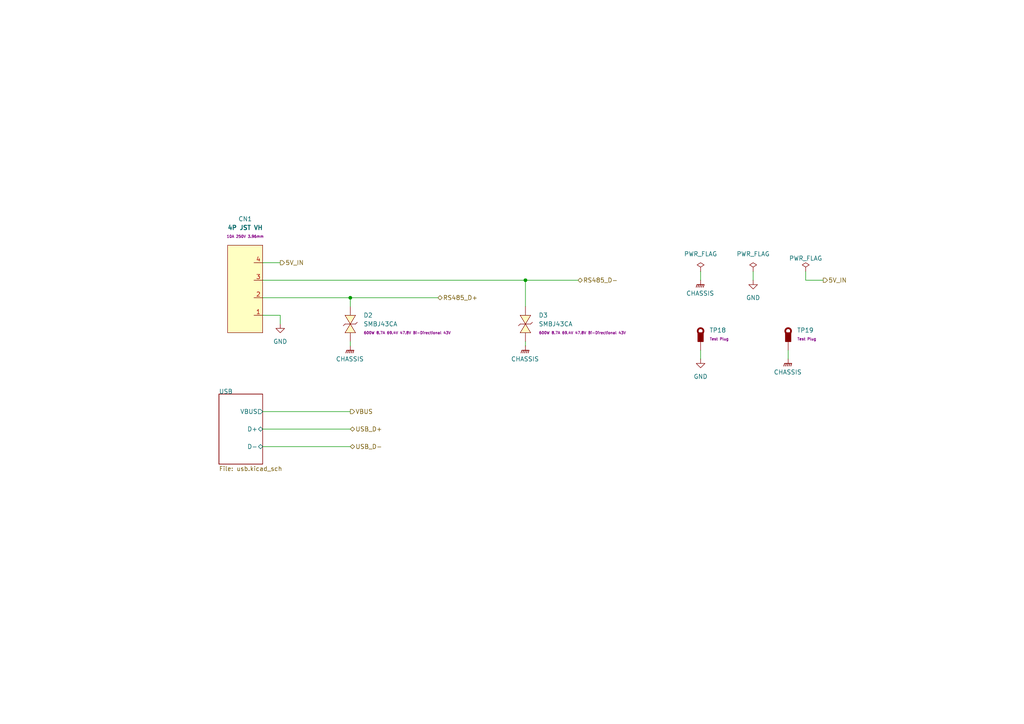
<source format=kicad_sch>
(kicad_sch (version 20231120) (generator "eeschema") (generator_version "8.0")
  (paper "A4")
  (lib_symbols
    (symbol "EASYEDA2KICAD:CHASSIS" (power) (pin_numbers hide) (pin_names (offset 0) hide)
      (property "Value" "CHASSIS" (at 0 -3.302 0))
      (symbol "CHASSIS_0_1"
        (polyline (pts (xy 0 -1.27) (xy 0 0)))
        (polyline (pts (xy -1.016 -1.27) (xy -1.27 -2.032) (xy -1.27 -2.032)) (stroke (width 0.2032)))
        (polyline (pts (xy -0.508 -1.27) (xy -0.762 -2.032) (xy -0.762 -2.032)) (stroke (width 0.2032)))
        (polyline (pts (xy 0 -1.27) (xy -0.254 -2.032) (xy -0.254 -2.032)) (stroke (width 0.2032)))
        (polyline (pts (xy 0.508 -1.27) (xy 0.254 -2.032) (xy 0.254 -2.032)) (stroke (width 0.2032)))
        (polyline (pts (xy 1.016 -1.27) (xy -1.016 -1.27) (xy -1.016 -1.27)) (stroke (width 0.2032)))
        (polyline (pts (xy 1.016 -1.27) (xy 0.762 -2.032) (xy 0.762 -2.032) (xy 0.762 -2.032)) (stroke (width 0.2032)))
      )
      (symbol "CHASSIS_1_1"
        (pin power_in line (at 0 0 270) (length 0) (name "~") (number "1"))
      )
    )
    (symbol "EASYEDA2KICAD:D_TVS_BIDI_600W" (pin_numbers hide) (pin_names hide)
      (property "Reference" "D" (at 0 8.89 0))
      (property "Value" "SMBJ43CA" (at 0 6.35 0))
      (property "Extra Values" "600W 8.7A 69.4V 47.8V Bi-Directional 43V" (at 0 3.81 0))
      (symbol "D_TVS_BIDI_600W_0_1"
        (polyline (pts (xy 0 -1.52) (xy 0 1.52)))
        (polyline (pts (xy 0 -1.52) (xy 0.51 -2.03) (xy 0 -1.52)) (fill (type background)))
        (polyline (pts (xy 0 1.52) (xy -0.51 2.03) (xy 0 1.52)) (fill (type background)))
        (polyline (pts (xy -2.54 1.52) (xy 0 0) (xy -2.54 -1.52) (xy -2.54 1.52)) (fill (type background)))
        (polyline (pts (xy 2.54 1.52) (xy 0 0) (xy 2.54 -1.52) (xy 2.54 1.52)) (fill (type background)))
      )
      (symbol "D_TVS_BIDI_600W_1_1"
        (pin passive line (at -5.08 0 0) (length 2.54) (name "1") (number "1"))
        (pin passive line (at 5.08 0 180) (length 2.54) (name "2") (number "2"))
      )
    )
    (symbol "EASYEDA2KICAD:JST_VH_4PIN_10A_250V" (pin_names hide)
      (property "Reference" "CN" (at 0 19.05 0))
      (property "Value" "4P JST VH" (at 0 16.51 0))
      (property "Extra Values" "10A 250V 3.96mm" (at 0 13.97 0))
      (symbol "JST_VH_4PIN_10A_250V_0_1"
        (rectangle (start -5.08 12.7) (end 5.08 -12.7) (fill (type background)))
      )
      (symbol "JST_VH_4PIN_10A_250V_1_1"
        (pin passive line (at -5.08 7.62 0) (length 2.54) (name "1") (number "1"))
        (pin passive line (at -5.08 2.54 0) (length 2.54) (name "2") (number "2"))
        (pin passive line (at -5.08 -2.54 0) (length 2.54) (name "3") (number "3"))
        (pin passive line (at -5.08 -7.62 0) (length 2.54) (name "4") (number "4"))
      )
    )
    (symbol "EASYEDA2KICAD:TestPoint_Thimble" (pin_numbers hide) (pin_names hide)
      (property "Reference" "TP" (at 0 9.5043 0))
      (property "Extra Values" "Test Plug" (at 0 7.62 0))
      (symbol "TestPoint_Thimble_1_1"
        (rectangle (start -0.762 5.08) (end 0.762 2.54) (stroke (width 0.254)) (fill (type outline)))
        (arc (start 0.508 4.9323) (mid 0 6.4175) (end -0.508 4.9323) (stroke (width 0.508)))
        (pin passive line (at 0 0 90) (length 2.54) (name "1") (number "1"))
      )
    )
    (symbol "power:GND" (power) (pin_numbers hide) (pin_names (offset 0) hide)
      (property "Value" "GND" (at 0 -3.81 0))
      (symbol "GND_0_1"
        (polyline (pts (xy 0 0) (xy 0 -1.27) (xy 1.27 -1.27) (xy 0 -2.54) (xy -1.27 -1.27) (xy 0 -1.27)))
      )
      (symbol "GND_1_1"
        (pin power_in line (at 0 0 270) (length 0) (name "~") (number "1"))
      )
    )
    (symbol "power:PWR_FLAG" (power) (pin_numbers hide) (pin_names (offset 0) hide)
      (property "Value" "PWR_FLAG" (at 0 3.81 0))
      (symbol "PWR_FLAG_0_0"
        (pin power_out line (at 0 0 90) (length 0) (name "~") (number "1"))
      )
      (symbol "PWR_FLAG_0_1"
        (polyline (pts (xy 0 0) (xy 0 1.27) (xy -1.016 1.905) (xy 0 2.54) (xy 1.016 1.905) (xy 0 1.27)))
      )
    )
  )
  (junction (at 101.6 86.36))
  (junction (at 152.4 81.28))
  (wire (pts (xy 233.68 81.28) (xy 233.68 78.74)))
  (wire (pts (xy 76.2 124.46) (xy 101.6 124.46)))
  (wire (pts (xy 81.28 91.44) (xy 81.28 93.98)))
  (wire (pts (xy 152.4 81.28) (xy 152.4 88.9)))
  (wire (pts (xy 238.76 81.28) (xy 233.68 81.28)))
  (wire (pts (xy 218.44 78.74) (xy 218.44 81.28)))
  (wire (pts (xy 152.4 81.28) (xy 167.64 81.28)))
  (wire (pts (xy 228.6 104.14) (xy 228.6 101.6)))
  (wire (pts (xy 76.2 119.38) (xy 101.6 119.38)))
  (wire (pts (xy 152.4 100.33) (xy 152.4 99.06)))
  (wire (pts (xy 203.2 78.74) (xy 203.2 81.28)))
  (wire (pts (xy 101.6 88.9) (xy 101.6 86.36)))
  (wire (pts (xy 203.2 104.14) (xy 203.2 101.6)))
  (wire (pts (xy 76.2 76.2) (xy 81.28 76.2)))
  (wire (pts (xy 76.2 91.44) (xy 81.28 91.44)))
  (wire (pts (xy 76.2 86.36) (xy 101.6 86.36)))
  (wire (pts (xy 76.2 129.54) (xy 101.6 129.54)))
  (wire (pts (xy 101.6 100.33) (xy 101.6 99.06)))
  (wire (pts (xy 101.6 86.36) (xy 127 86.36)))
  (wire (pts (xy 76.2 81.28) (xy 152.4 81.28)))
  (hierarchical_label "RS485_D+" (shape bidirectional) (at 127 86.36 0))
  (hierarchical_label "USB_D-" (shape bidirectional) (at 101.6 129.54 0))
  (hierarchical_label "RS485_D-" (shape bidirectional) (at 167.64 81.28 0))
  (hierarchical_label "VBUS" (shape output) (at 101.6 119.38 0))
  (hierarchical_label "5V_IN" (shape output) (at 81.28 76.2 0))
  (hierarchical_label "USB_D+" (shape bidirectional) (at 101.6 124.46 0))
  (hierarchical_label "5V_IN" (shape output) (at 238.76 81.28 0))
  (symbol (lib_id "power:PWR_FLAG") (at 218.44 78.74 0) (unit 1)
    (property "Reference" "#FLG03" (effects (hide yes)))
    (property "Value" "PWR_FLAG" (at 218.44 73.66 0))
    (property "Description" "Special symbol for telling ERC where power comes from" (effects (hide yes)))
  )
  (symbol (lib_id "EASYEDA2KICAD:CHASSIS") (at 152.4 100.33 0) (unit 1)
    (property "Reference" "#PWR032" (effects (hide yes)))
    (property "Value" "CHASSIS" (at 152.273 104.14 0))
    (property "Description" "Power symbol creates a global label with name \"CHASSIS\" , global ground" (effects (hide yes)))
  )
  (symbol (lib_id "power:GND") (at 203.2 104.14 0) (unit 1)
    (property "Reference" "#PWR034" (effects (hide yes)))
    (property "Value" "GND" (at 203.2 109.22 0))
    (property "Description" "Power symbol creates a global label with name \"GND\" , ground" (effects (hide yes)))
  )
  (symbol (lib_id "EASYEDA2KICAD:TestPoint_Thimble") (at 203.2 101.6 0) (unit 1)
    (property "Reference" "TP18" (at 205.74 95.7876 0) (effects (justify left)))
    (property "Value" "TestPoint_Thimble" (effects (hide yes)))
    (property "Footprint" "TestPoint:TestPoint_Loop_D3.50mm_Drill0.9mm_Beaded" (effects (hide yes)))
    (property "LCSC Part" "C5277086" (effects (hide yes)))
    (property "Extra Values" "Test Plug" (at 205.74 98.3276 0) (effects (font (size 0.762 0.762) (bold yes)) (justify left)))
  )
  (symbol (lib_id "EASYEDA2KICAD:D_TVS_BIDI_600W") (at 101.6 93.98 90) (unit 1)
    (property "Reference" "D2" (at 105.41 91.4399 90) (effects (justify right)))
    (property "Value" "SMBJ43CA" (at 105.41 93.9799 90) (effects (justify right)))
    (property "Footprint" "EASYEDA2KICAD:SMB_L4.6-W3.6-LS5.3-BI" (effects (hide yes)))
    (property "Datasheet" "https://lcsc.com/product-detail/TVS_FTR-SMBJ43CA_C707485.html" (effects (hide yes)))
    (property "Description" "Bidirectional Transient Voltage Suppressor" (effects (hide yes)))
    (property "LCSC Part" "C707485" (effects (hide yes)))
    (property "Extra Values" "600W 8.7A 69.4V 47.8V Bi-Directional 43V" (at 105.41 96.5199 90) (effects (font (size 0.762 0.762) (bold yes)) (justify right)))
  )
  (symbol (lib_id "EASYEDA2KICAD:CHASSIS") (at 101.6 100.33 0) (unit 1)
    (property "Reference" "#PWR031" (effects (hide yes)))
    (property "Value" "CHASSIS" (at 101.473 104.14 0))
    (property "Description" "Power symbol creates a global label with name \"CHASSIS\" , global ground" (effects (hide yes)))
  )
  (symbol (lib_id "EASYEDA2KICAD:JST_VH_4PIN_10A_250V") (at 71.12 83.82 180) (unit 1)
    (property "Reference" "CN1" (at 71.12 63.5 0))
    (property "Value" "4P JST VH" (at 71.12 66.04 0) (effects (font (bold yes))))
    (property "Footprint" "EASYEDA2KICAD:JST_VH_B4P-VH-B_1x04_P3.96mm_Vertical" (effects (hide yes)))
    (property "Datasheet" "https://lcsc.com/product-detail/_JST_B4P-VH-LF-SN_B4P-VH-LF-SN_C160317.html" (effects (hide yes)))
    (property "Description" "VH CONNECTOR 3.96mm pitch/Disconnectable Crimp style connectors" (effects (hide yes)))
    (property "LCSC Part" "C160317" (effects (hide yes)))
    (property "Extra Values" "10A 250V 3.96mm" (at 71.12 68.58 0) (effects (font (size 0.762 0.762) (bold yes))))
  )
  (symbol (lib_id "power:GND") (at 218.44 81.28 0) (unit 1)
    (property "Reference" "#PWR035" (effects (hide yes)))
    (property "Value" "GND" (at 218.44 86.36 0))
    (property "Description" "Power symbol creates a global label with name \"GND\" , ground" (effects (hide yes)))
  )
  (symbol (lib_id "EASYEDA2KICAD:CHASSIS") (at 203.2 81.28 0) (unit 1)
    (property "Reference" "#PWR033" (effects (hide yes)))
    (property "Value" "CHASSIS" (at 203.073 85.09 0))
    (property "Description" "Power symbol creates a global label with name \"CHASSIS\" , global ground" (effects (hide yes)))
  )
  (symbol (lib_id "power:GND") (at 81.28 93.98 0) (unit 1)
    (property "Reference" "#PWR030" (effects (hide yes)))
    (property "Value" "GND" (at 81.28 99.06 0))
    (property "Description" "Power symbol creates a global label with name \"GND\" , ground" (effects (hide yes)))
  )
  (symbol (lib_id "EASYEDA2KICAD:CHASSIS") (at 228.6 104.14 0) (unit 1)
    (property "Reference" "#PWR036" (effects (hide yes)))
    (property "Value" "CHASSIS" (at 228.473 107.95 0))
    (property "Description" "Power symbol creates a global label with name \"CHASSIS\" , global ground" (effects (hide yes)))
  )
  (symbol (lib_id "EASYEDA2KICAD:D_TVS_BIDI_600W") (at 152.4 93.98 90) (unit 1)
    (property "Reference" "D3" (at 156.21 91.4399 90) (effects (justify right)))
    (property "Value" "SMBJ43CA" (at 156.21 93.9799 90) (effects (justify right)))
    (property "Footprint" "EASYEDA2KICAD:SMB_L4.6-W3.6-LS5.3-BI" (effects (hide yes)))
    (property "Datasheet" "https://lcsc.com/product-detail/TVS_FTR-SMBJ43CA_C707485.html" (effects (hide yes)))
    (property "Description" "Bidirectional Transient Voltage Suppressor" (effects (hide yes)))
    (property "LCSC Part" "C707485" (effects (hide yes)))
    (property "Extra Values" "600W 8.7A 69.4V 47.8V Bi-Directional 43V" (at 156.21 96.5199 90) (effects (font (size 0.762 0.762) (bold yes)) (justify right)))
  )
  (symbol (lib_id "power:PWR_FLAG") (at 203.2 78.74 0) (unit 1)
    (property "Reference" "#FLG02" (effects (hide yes)))
    (property "Value" "PWR_FLAG" (at 203.2 73.66 0))
    (property "Description" "Special symbol for telling ERC where power comes from" (effects (hide yes)))
  )
  (symbol (lib_id "power:PWR_FLAG") (at 233.68 78.74 0) (unit 1)
    (property "Reference" "#FLG04" (effects (hide yes)))
    (property "Value" "PWR_FLAG" (at 233.68 74.93 0))
    (property "Description" "Special symbol for telling ERC where power comes from" (effects (hide yes)))
  )
  (symbol (lib_id "EASYEDA2KICAD:TestPoint_Thimble") (at 228.6 101.6 0) (unit 1)
    (property "Reference" "TP19" (at 231.14 95.7876 0) (effects (justify left)))
    (property "Value" "TestPoint_Thimble" (effects (hide yes)))
    (property "Footprint" "TestPoint:TestPoint_Loop_D3.50mm_Drill0.9mm_Beaded" (effects (hide yes)))
    (property "LCSC Part" "C5277086" (effects (hide yes)))
    (property "Extra Values" "Test Plug" (at 231.14 98.3276 0) (effects (font (size 0.762 0.762) (bold yes)) (justify left)))
  )
  (sheet (at 63.5 114.3) (size 12.7 20.32) (stroke (width 0.1524))
    (property "Sheetname" "USB" (at 63.5 114.3 0) (effects (justify left bottom)))
    (property "Sheetfile" "usb.kicad_sch" (at 63.5 135.2046 0) (effects (justify left top)))
    (pin "VBUS" output (at 76.2 119.38 0))
    (pin "D+" bidirectional (at 76.2 124.46 0))
    (pin "D-" bidirectional (at 76.2 129.54 0))
  )
)
</source>
